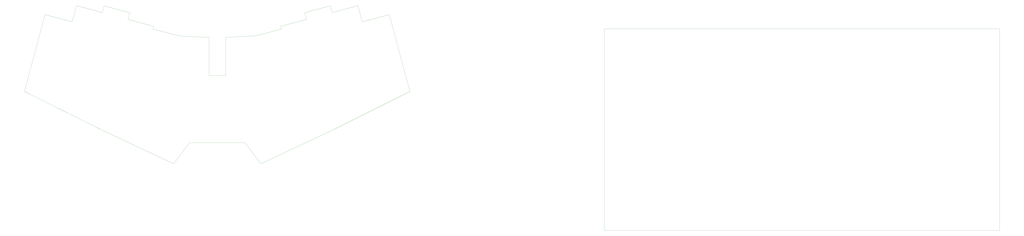
<source format=gbr>
%TF.GenerationSoftware,KiCad,Pcbnew,8.0.1*%
%TF.CreationDate,2024-04-02T20:58:10+09:00*%
%TF.ProjectId,lazyboy36,6c617a79-626f-4793-9336-2e6b69636164,rev?*%
%TF.SameCoordinates,Original*%
%TF.FileFunction,Profile,NP*%
%FSLAX46Y46*%
G04 Gerber Fmt 4.6, Leading zero omitted, Abs format (unit mm)*
G04 Created by KiCad (PCBNEW 8.0.1) date 2024-04-02 20:58:10*
%MOMM*%
%LPD*%
G01*
G04 APERTURE LIST*
%TA.AperFunction,Profile*%
%ADD10C,0.050000*%
%TD*%
G04 APERTURE END LIST*
D10*
X194400000Y-65450000D02*
X176000000Y-70400000D01*
X193900000Y-63550000D02*
X194400000Y-65450000D01*
X212250000Y-58600000D02*
X193900000Y-63550000D01*
X142650000Y-71300000D02*
X142650000Y-98800045D01*
X154500000Y-98800000D02*
X142650000Y-98800045D01*
X154500000Y-71300000D02*
X154500000Y-98800000D01*
X139650000Y-71300000D02*
X142650000Y-71300000D01*
X157500000Y-71300000D02*
X154500000Y-71300000D01*
X139650000Y-71300000D02*
X121000000Y-70400000D01*
X176000000Y-70400000D02*
X157500000Y-71300000D01*
X211000000Y-53800000D02*
X212250000Y-58600000D01*
X229400000Y-48850000D02*
X211000000Y-53800000D01*
X230700000Y-53700000D02*
X229400000Y-48850000D01*
X249100000Y-48750000D02*
X230700000Y-53700000D01*
X252200000Y-60350000D02*
X249100000Y-48750000D01*
X271565696Y-55140323D02*
X252200000Y-60350000D01*
X286294451Y-110152835D02*
X271565696Y-55140323D01*
X232400000Y-137100000D02*
X286294451Y-110152835D01*
X179644901Y-161875199D02*
X232400000Y-137100000D01*
X168300000Y-146850000D02*
X179644901Y-161875199D01*
X128700000Y-146850000D02*
X168300000Y-146850000D01*
X117354913Y-161875596D02*
X128700000Y-146850000D01*
X64550000Y-137050000D02*
X117354913Y-161875596D01*
X10705213Y-110153505D02*
X64550000Y-137050000D01*
X25434304Y-55140323D02*
X10705213Y-110153505D01*
X102600000Y-65450000D02*
X121000000Y-70400000D01*
X103100000Y-63550000D02*
X102600000Y-65450000D01*
X84700000Y-58600000D02*
X103100000Y-63550000D01*
X86000000Y-53800000D02*
X84700000Y-58600000D01*
X67600000Y-48850000D02*
X86000000Y-53800000D01*
X66300000Y-53700000D02*
X67600000Y-48850000D01*
X47900000Y-48750000D02*
X66300000Y-53700000D01*
X44800000Y-60350000D02*
X47900000Y-48750000D01*
X25434304Y-55140323D02*
X44800000Y-60350000D01*
X425250000Y-65300000D02*
X707900000Y-65300000D01*
X707900000Y-209600000D01*
X425250000Y-209600000D01*
X425250000Y-65300000D01*
M02*

</source>
